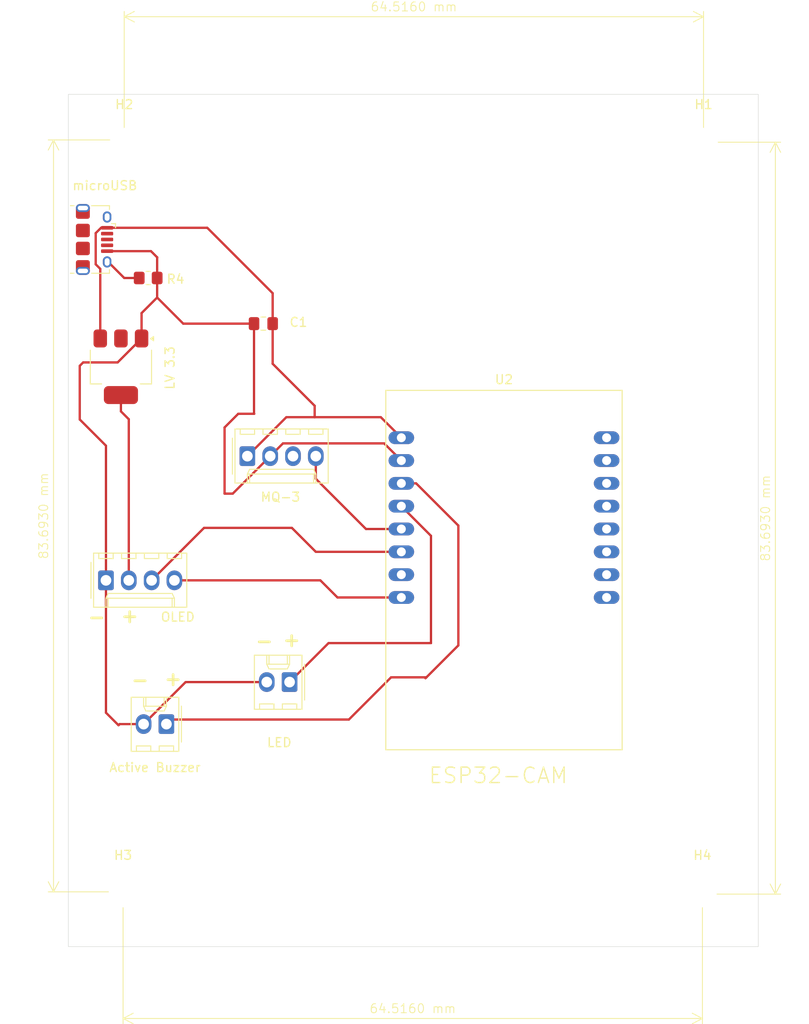
<source format=kicad_pcb>
(kicad_pcb (version 20240108) (generator "pcbnew") (generator_version "8.0")
  (layers (0 "F.Cu" signal) (31 "B.Cu" signal) (34 "B.Paste" user) (35 "F.Paste" user) (36 "B.SilkS" user "B.Silkscreen") (37 "F.SilkS" user "F.Silkscreen") (38 "B.Mask" user) (39 "F.Mask" user) (44 "Edge.Cuts" user))
  (net 0 "")
  (net 1 "Net-(J1-Pin_1)")
  (net 2 "GND")
  (net 3 "+3.3V")
  (net 4 "/SDA")
  (net 5 "/SCL")
  (net 6 "Net-(J3-Pin_1)")
  (net 7 "/D0")
  (net 8 "/A0")
  (net 9 "VBUS")
  (net 10 "Net-(J7-Shield)")
  (footprint "ESP32_Footprints:ESP32-CAM" (layer "F.Cu") (at 137.287 79.375)
    (property "Reference" "U2" (at 0 -16.637 0) (layer "F.SilkS"))
    (property "Value" "ESP32-CAM")
    (fp_line (start -13.16 -15.43) (end 13.16 -15.43) (stroke (width 0.127)) (layer "F.SilkS"))
    (fp_line (start -13.16 24.57) (end -13.16 -15.43) (stroke (width 0.127)) (layer "F.SilkS"))
    (fp_line (start 13.16 -15.43) (end 13.16 24.57) (stroke (width 0.127)) (layer "F.SilkS"))
    (fp_line (start 13.16 24.57) (end -13.16 24.57) (stroke (width 0.127)) (layer "F.SilkS"))
    (fp_text user "ESP32-CAM" (at -0.635 27.432 0) (layer "F.SilkS") (effects (font (size 1.72 1.72))))
    (pad "P$1" thru_hole oval (at -11.43 -10.16) (size 2.8448 1.4224) (drill 1) (layers "*.Cu" "*.Mask") (net 9 "VBUS"))
    (pad "P$2" thru_hole oval (at -11.43 -7.62) (size 2.8448 1.4224) (drill 1) (layers "*.Cu" "*.Mask") (net 2 "GND"))
    (pad "P$3" thru_hole oval (at -11.43 -5.08) (size 2.8448 1.4224) (drill 1) (layers "*.Cu" "*.Mask") (net 6 "Net-(J3-Pin_1)"))
    (pad "P$4" thru_hole oval (at -11.43 -2.54) (size 2.8448 1.4224) (drill 1) (layers "*.Cu" "*.Mask") (net 1 "Net-(J1-Pin_1)"))
    (pad "P$5" thru_hole oval (at -11.43 0) (size 2.8448 1.4224) (drill 1) (layers "*.Cu" "*.Mask") (net 8 "/A0"))
    (pad "P$6" thru_hole oval (at -11.43 2.54) (size 2.8448 1.4224) (drill 1) (layers "*.Cu" "*.Mask") (net 5 "/SCL"))
    (pad "P$7" thru_hole oval (at -11.43 5.08) (size 2.8448 1.4224) (drill 1) (layers "*.Cu" "*.Mask"))
    (pad "P$8" thru_hole oval (at -11.43 7.62) (size 2.8448 1.4224) (drill 1) (layers "*.Cu" "*.Mask") (net 4 "/SDA"))
    (pad "P$9" thru_hole oval (at 11.43 7.62) (size 2.8448 1.4224) (drill 1) (layers "*.Cu" "*.Mask"))
    (pad "P$10" thru_hole oval (at 11.43 5.08) (size 2.8448 1.4224) (drill 1) (layers "*.Cu" "*.Mask"))
    (pad "P$11" thru_hole oval (at 11.43 2.54) (size 2.8448 1.4224) (drill 1) (layers "*.Cu" "*.Mask"))
    (pad "P$12" thru_hole oval (at 11.43 0) (size 2.8448 1.4224) (drill 1) (layers "*.Cu" "*.Mask"))
    (pad "P$13" thru_hole oval (at 11.43 -2.54) (size 2.8448 1.4224) (drill 1) (layers "*.Cu" "*.Mask"))
    (pad "P$14" thru_hole oval (at 11.43 -5.08) (size 2.8448 1.4224) (drill 1) (layers "*.Cu" "*.Mask"))
    (pad "P$15" thru_hole oval (at 11.43 -7.62) (size 2.8448 1.4224) (drill 1) (layers "*.Cu" "*.Mask"))
    (pad "P$16" thru_hole oval (at 11.43 -10.16) (size 2.8448 1.4224) (drill 1) (layers "*.Cu" "*.Mask"))
  )
  (footprint "Resistor_SMD:R_0805_2012Metric_Pad1.20x1.40mm_HandSolder" (layer "F.Cu") (at 97.663 51.435)
    (property "Reference" "R4" (at 3.048 0.127 0) (layer "F.SilkS"))
    (property "Value" "1M")
    (fp_line (start -0.227064 -0.735) (end 0.227064 -0.735) (stroke (width 0.12)) (layer "F.SilkS"))
    (fp_line (start -0.227064 0.735) (end 0.227064 0.735) (stroke (width 0.12)) (layer "F.SilkS"))
    (pad "1" smd roundrect (at -1 0) (size 1.2 1.4) (layers "F.Cu" "F.Paste" "F.Mask") (roundrect_rratio 0.208333) (net 10 "Net-(J7-Shield)"))
    (pad "2" smd roundrect (at 1 0) (size 1.2 1.4) (layers "F.Cu" "F.Paste" "F.Mask") (roundrect_rratio 0.208333) (net 2 "GND"))
  )
  (footprint "MountingHole:MountingHole_3.2mm_M3" (layer "F.Cu") (at 159.512 36.322)
    (property "Reference" "H1" (at 0 -4.2 0) (layer "F.SilkS"))
    (property "Value" "MountingHole")
    (pad "" np_thru_hole circle (at 0 0) (size 3.2 3.2) (drill 3.2) (layers "*.Cu" "*.Mask"))
  )
  (footprint "Connector_Molex:Molex_KK-254_AE-6410-04A_1x04_P2.54mm_Vertical" (layer "F.Cu") (at 108.712 71.267)
    (property "Reference" "J5" (hide yes))
    (property "Value" "MQ-3" (at 3.683 4.552 0) (layer "F.SilkS"))
    (fp_line (start -1.67 -2) (end -1.67 2) (stroke (width 0.12)) (layer "F.SilkS"))
    (fp_line (start -1.38 -3.03) (end -1.38 2.99) (stroke (width 0.12)) (layer "F.SilkS"))
    (fp_line (start -1.38 2.99) (end 9 2.99) (stroke (width 0.12)) (layer "F.SilkS"))
    (fp_line (start -0.8 -3.03) (end -0.8 -2.43) (stroke (width 0.12)) (layer "F.SilkS"))
    (fp_line (start -0.8 -2.43) (end 0.8 -2.43) (stroke (width 0.12)) (layer "F.SilkS"))
    (fp_line (start 0 1.99) (end 0.25 1.46) (stroke (width 0.12)) (layer "F.SilkS"))
    (fp_line (start 0 1.99) (end 7.62 1.99) (stroke (width 0.12)) (layer "F.SilkS"))
    (fp_line (start 0 2.99) (end 0 1.99) (stroke (width 0.12)) (layer "F.SilkS"))
    (fp_line (start 0.25 1.46) (end 7.37 1.46) (stroke (width 0.12)) (layer "F.SilkS"))
    (fp_line (start 0.25 2.99) (end 0.25 1.99) (stroke (width 0.12)) (layer "F.SilkS"))
    (fp_line (start 0.8 -2.43) (end 0.8 -3.03) (stroke (width 0.12)) (layer "F.SilkS"))
    (fp_line (start 1.74 -3.03) (end 1.74 -2.43) (stroke (width 0.12)) (layer "F.SilkS"))
    (fp_line (start 1.74 -2.43) (end 3.34 -2.43) (stroke (width 0.12)) (layer "F.SilkS"))
    (fp_line (start 3.34 -2.43) (end 3.34 -3.03) (stroke (width 0.12)) (layer "F.SilkS"))
    (fp_line (start 4.28 -3.03) (end 4.28 -2.43) (stroke (width 0.12)) (layer "F.SilkS"))
    (fp_line (start 4.28 -2.43) (end 5.88 -2.43) (stroke (width 0.12)) (layer "F.SilkS"))
    (fp_line (start 5.88 -2.43) (end 5.88 -3.03) (stroke (width 0.12)) (layer "F.SilkS"))
    (fp_line (start 6.82 -3.03) (end 6.82 -2.43) (stroke (width 0.12)) (layer "F.SilkS"))
    (fp_line (start 6.82 -2.43) (end 8.42 -2.43) (stroke (width 0.12)) (layer "F.SilkS"))
    (fp_line (start 7.37 1.46) (end 7.62 1.99) (stroke (width 0.12)) (layer "F.SilkS"))
    (fp_line (start 7.37 2.99) (end 7.37 1.99) (stroke (width 0.12)) (layer "F.SilkS"))
    (fp_line (start 7.62 1.99) (end 7.62 2.99) (stroke (width 0.12)) (layer "F.SilkS"))
    (fp_line (start 8.42 -2.43) (end 8.42 -3.03) (stroke (width 0.12)) (layer "F.SilkS"))
    (fp_line (start 9 -3.03) (end -1.38 -3.03) (stroke (width 0.12)) (layer "F.SilkS"))
    (fp_line (start 9 2.99) (end 9 -3.03) (stroke (width 0.12)) (layer "F.SilkS"))
    (pad "1" thru_hole roundrect (at 0 0) (size 1.74 2.19) (drill 1.19) (layers "*.Cu" "*.Mask") (roundrect_rratio 0.143678) (net 9 "VBUS"))
    (pad "2" thru_hole oval (at 2.54 0) (size 1.74 2.19) (drill 1.19) (layers "*.Cu" "*.Mask") (net 2 "GND"))
    (pad "3" thru_hole oval (at 5.08 0) (size 1.74 2.19) (drill 1.19) (layers "*.Cu" "*.Mask") (net 7 "/D0"))
    (pad "4" thru_hole oval (at 7.62 0) (size 1.74 2.19) (drill 1.19) (layers "*.Cu" "*.Mask") (net 8 "/A0"))
  )
  (footprint "Capacitor_SMD:C_0805_2012Metric_Pad1.18x1.45mm_HandSolder" (layer "F.Cu") (at 110.49 56.515 180)
    (property "Reference" "C1" (at -3.9105 0.153 0) (layer "F.SilkS"))
    (property "Value" "1uF")
    (fp_line (start -0.261252 0.735) (end 0.261252 0.735) (stroke (width 0.12)) (layer "F.SilkS"))
    (fp_line (start -0.261252 -0.735) (end 0.261252 -0.735) (stroke (width 0.12)) (layer "F.SilkS"))
    (pad "1" smd roundrect (at -1.0375 0 180) (size 1.175 1.45) (layers "F.Cu" "F.Paste" "F.Mask") (roundrect_rratio 0.212766) (net 9 "VBUS"))
    (pad "2" smd roundrect (at 1.0375 0 180) (size 1.175 1.45) (layers "F.Cu" "F.Paste" "F.Mask") (roundrect_rratio 0.212766) (net 2 "GND"))
  )
  (footprint "Connector_USB:USB_Micro-B_Amphenol_10118194-0001LF_Horizontal" (layer "F.Cu") (at 91.691 47.147 -90)
    (property "Reference" "microUSB" (at -5.999 -1.146 0) (layer "F.SilkS"))
    (property "Value" "USB_B_Micro")
    (fp_line (start -3.76 2.69) (end -3.76 2.29) (stroke (width 0.12)) (layer "F.SilkS"))
    (fp_line (start 3.76 2.29) (end 3.76 2.69) (stroke (width 0.12)) (layer "F.SilkS"))
    (fp_line (start -3.76 0.32) (end -3.76 -1.66) (stroke (width 0.12)) (layer "F.SilkS"))
    (fp_line (start 3.76 0.32) (end 3.76 -1.66) (stroke (width 0.12)) (layer "F.SilkS"))
    (fp_line (start -3.76 -1.66) (end -3.34 -1.66) (stroke (width 0.12)) (layer "F.SilkS"))
    (fp_line (start 3.76 -1.66) (end 3.34 -1.66) (stroke (width 0.12)) (layer "F.SilkS"))
    (fp_line (start -1.76 -1.89) (end -1.76 -2.34) (stroke (width 0.12)) (layer "F.SilkS"))
    (fp_line (start -1.31 -2.34) (end -1.76 -2.34) (stroke (width 0.12)) (layer "F.SilkS"))
    (pad "1" smd roundrect (at -1.3 -1.4 270) (size 0.4 1.35) (layers "F.Cu" "F.Paste" "F.Mask") (net 9 "VBUS"))
    (pad "2" smd roundrect (at -0.65 -1.4 270) (size 0.4 1.35) (layers "F.Cu" "F.Paste" "F.Mask"))
    (pad "3" smd roundrect (at 0 -1.4 270) (size 0.4 1.35) (layers "F.Cu" "F.Paste" "F.Mask"))
    (pad "4" smd roundrect (at 0.65 -1.4 270) (size 0.4 1.35) (layers "F.Cu" "F.Paste" "F.Mask"))
    (pad "5" smd roundrect (at 1.3 -1.4 270) (size 0.4 1.35) (layers "F.Cu" "F.Paste" "F.Mask") (net 2 "GND"))
    (pad "6" thru_hole oval (at -3.5 1.3 270) (size 0.89 1.55) (drill oval 0.5 1.15) (property pad_prop_heatsink) (layers "*.Cu" "*.Mask") (net 10 "Net-(J7-Shield)"))
    (pad "6" smd roundrect (at -3.025 1.3 270) (size 1.45 1.55) (layers "F.Cu" "F.Paste" "F.Mask") (roundrect_rratio 0.1724137931) (net 10 "Net-(J7-Shield)"))
    (pad "6" thru_hole oval (at -2.5 -1.4 270) (size 1.25 0.95) (drill oval 0.85 0.55) (property pad_prop_heatsink) (layers "*.Cu" "*.Mask") (net 10 "Net-(J7-Shield)"))
    (pad "6" smd roundrect (at -1 1.3 270) (size 1.5 1.55) (layers "F.Cu" "F.Paste" "F.Mask") (roundrect_rratio 0.1666666667) (net 10 "Net-(J7-Shield)"))
    (pad "6" smd roundrect (at 1 1.3 270) (size 1.5 1.55) (layers "F.Cu" "F.Paste" "F.Mask") (roundrect_rratio 0.1666666667) (net 10 "Net-(J7-Shield)"))
    (pad "6" thru_hole oval (at 2.5 -1.4 270) (size 1.25 0.95) (drill oval 0.85 0.55) (property pad_prop_heatsink) (layers "*.Cu" "*.Mask") (net 10 "Net-(J7-Shield)"))
    (pad "6" smd roundrect (at 3.025 1.3 270) (size 1.45 1.55) (layers "F.Cu" "F.Paste" "F.Mask") (roundrect_rratio 0.1724137931) (net 10 "Net-(J7-Shield)"))
    (pad "6" thru_hole oval (at 3.5 1.3 270) (size 0.89 1.55) (drill oval 0.5 1.15) (property pad_prop_heatsink) (layers "*.Cu" "*.Mask") (net 10 "Net-(J7-Shield)"))
  )
  (footprint "Connector_Molex:Molex_KK-254_AE-6410-04A_1x04_P2.54mm_Vertical" (layer "F.Cu") (at 92.964 85.09)
    (property "Reference" "J6" (hide yes))
    (property "Value" "OLED" (at 8.001 4.08 0) (layer "F.SilkS"))
    (fp_line (start -1.67 -2) (end -1.67 2) (stroke (width 0.12)) (layer "F.SilkS"))
    (fp_line (start -1.38 -3.03) (end -1.38 2.99) (stroke (width 0.12)) (layer "F.SilkS"))
    (fp_line (start -1.38 2.99) (end 9 2.99) (stroke (width 0.12)) (layer "F.SilkS"))
    (fp_line (start -0.8 -3.03) (end -0.8 -2.43) (stroke (width 0.12)) (layer "F.SilkS"))
    (fp_line (start -0.8 -2.43) (end 0.8 -2.43) (stroke (width 0.12)) (layer "F.SilkS"))
    (fp_line (start 0 1.99) (end 0.25 1.46) (stroke (width 0.12)) (layer "F.SilkS"))
    (fp_line (start 0 1.99) (end 7.62 1.99) (stroke (width 0.12)) (layer "F.SilkS"))
    (fp_line (start 0 2.99) (end 0 1.99) (stroke (width 0.12)) (layer "F.SilkS"))
    (fp_line (start 0.25 1.46) (end 7.37 1.46) (stroke (width 0.12)) (layer "F.SilkS"))
    (fp_line (start 0.25 2.99) (end 0.25 1.99) (stroke (width 0.12)) (layer "F.SilkS"))
    (fp_line (start 0.8 -2.43) (end 0.8 -3.03) (stroke (width 0.12)) (layer "F.SilkS"))
    (fp_line (start 1.74 -3.03) (end 1.74 -2.43) (stroke (width 0.12)) (layer "F.SilkS"))
    (fp_line (start 1.74 -2.43) (end 3.34 -2.43) (stroke (width 0.12)) (layer "F.SilkS"))
    (fp_line (start 3.34 -2.43) (end 3.34 -3.03) (stroke (width 0.12)) (layer "F.SilkS"))
    (fp_line (start 4.28 -3.03) (end 4.28 -2.43) (stroke (width 0.12)) (layer "F.SilkS"))
    (fp_line (start 4.28 -2.43) (end 5.88 -2.43) (stroke (width 0.12)) (layer "F.SilkS"))
    (fp_line (start 5.88 -2.43) (end 5.88 -3.03) (stroke (width 0.12)) (layer "F.SilkS"))
    (fp_line (start 6.82 -3.03) (end 6.82 -2.43) (stroke (width 0.12)) (layer "F.SilkS"))
    (fp_line (start 6.82 -2.43) (end 8.42 -2.43) (stroke (width 0.12)) (layer "F.SilkS"))
    (fp_line (start 7.37 1.46) (end 7.62 1.99) (stroke (width 0.12)) (layer "F.SilkS"))
    (fp_line (start 7.37 2.99) (end 7.37 1.99) (stroke (width 0.12)) (layer "F.SilkS"))
    (fp_line (start 7.62 1.99) (end 7.62 2.99) (stroke (width 0.12)) (layer "F.SilkS"))
    (fp_line (start 8.42 -2.43) (end 8.42 -3.03) (stroke (width 0.12)) (layer "F.SilkS"))
    (fp_line (start 9 -3.03) (end -1.38 -3.03) (stroke (width 0.12)) (layer "F.SilkS"))
    (fp_line (start 9 2.99) (end 9 -3.03) (stroke (width 0.12)) (layer "F.SilkS"))
    (pad "1" thru_hole roundrect (at 0 0) (size 1.74 2.19) (drill 1.19) (layers "*.Cu" "*.Mask") (roundrect_rratio 0.143678) (net 2 "GND"))
    (pad "2" thru_hole oval (at 2.54 0) (size 1.74 2.19) (drill 1.19) (layers "*.Cu" "*.Mask") (net 3 "+3.3V"))
    (pad "3" thru_hole oval (at 5.08 0) (size 1.74 2.19) (drill 1.19) (layers "*.Cu" "*.Mask") (net 5 "/SCL"))
    (pad "4" thru_hole oval (at 7.62 0) (size 1.74 2.19) (drill 1.19) (layers "*.Cu" "*.Mask") (net 4 "/SDA"))
  )
  (footprint "Connector_Molex:Molex_KK-254_AE-6410-02A_1x02_P2.54mm_Vertical" (layer "F.Cu") (at 99.695 101.092 180)
    (property "Reference" "J3" (hide yes))
    (property "Value" "Active Buzzer" (at 1.27 -4.826 0) (layer "F.SilkS"))
    (fp_line (start 3.92 2.99) (end 3.92 -3.03) (stroke (width 0.12)) (layer "F.SilkS"))
    (fp_line (start 3.92 -3.03) (end -1.38 -3.03) (stroke (width 0.12)) (layer "F.SilkS"))
    (fp_line (start 3.34 -2.43) (end 3.34 -3.03) (stroke (width 0.12)) (layer "F.SilkS"))
    (fp_line (start 2.54 1.99) (end 2.54 2.99) (stroke (width 0.12)) (layer "F.SilkS"))
    (fp_line (start 2.29 2.99) (end 2.29 1.99) (stroke (width 0.12)) (layer "F.SilkS"))
    (fp_line (start 2.29 1.46) (end 2.54 1.99) (stroke (width 0.12)) (layer "F.SilkS"))
    (fp_line (start 1.74 -2.43) (end 3.34 -2.43) (stroke (width 0.12)) (layer "F.SilkS"))
    (fp_line (start 1.74 -3.03) (end 1.74 -2.43) (stroke (width 0.12)) (layer "F.SilkS"))
    (fp_line (start 0.8 -2.43) (end 0.8 -3.03) (stroke (width 0.12)) (layer "F.SilkS"))
    (fp_line (start 0.25 2.99) (end 0.25 1.99) (stroke (width 0.12)) (layer "F.SilkS"))
    (fp_line (start 0.25 1.46) (end 2.29 1.46) (stroke (width 0.12)) (layer "F.SilkS"))
    (fp_line (start 0 2.99) (end 0 1.99) (stroke (width 0.12)) (layer "F.SilkS"))
    (fp_line (start 0 1.99) (end 2.54 1.99) (stroke (width 0.12)) (layer "F.SilkS"))
    (fp_line (start 0 1.99) (end 0.25 1.46) (stroke (width 0.12)) (layer "F.SilkS"))
    (fp_line (start -0.8 -2.43) (end 0.8 -2.43) (stroke (width 0.12)) (layer "F.SilkS"))
    (fp_line (start -0.8 -3.03) (end -0.8 -2.43) (stroke (width 0.12)) (layer "F.SilkS"))
    (fp_line (start -1.38 2.99) (end 3.92 2.99) (stroke (width 0.12)) (layer "F.SilkS"))
    (fp_line (start -1.38 -3.03) (end -1.38 2.99) (stroke (width 0.12)) (layer "F.SilkS"))
    (fp_line (start -1.67 -2) (end -1.67 2) (stroke (width 0.12)) (layer "F.SilkS"))
    (pad "1" thru_hole roundrect (at 0 0 180) (size 1.74 2.19) (drill 1.19) (layers "*.Cu" "*.Mask") (roundrect_rratio 0.143678) (net 6 "Net-(J3-Pin_1)"))
    (pad "2" thru_hole oval (at 2.54 0 180) (size 1.74 2.19) (drill 1.19) (layers "*.Cu" "*.Mask") (net 2 "GND"))
  )
  (footprint "Connector_Molex:Molex_KK-254_AE-6410-02A_1x02_P2.54mm_Vertical" (layer "F.Cu") (at 113.411 96.413 180)
    (property "Reference" "J1" (hide yes))
    (property "Value" "LED" (at 1.143 -6.731 0) (layer "F.SilkS"))
    (property "+" "+" (at 0 0 180) (layer "F.SilkS"))
    (property "-" "-" (at 0 0 180) (layer "F.SilkS"))
    (fp_line (start 3.92 2.99) (end 3.92 -3.03) (stroke (width 0.12)) (layer "F.SilkS"))
    (fp_line (start 3.92 -3.03) (end -1.38 -3.03) (stroke (width 0.12)) (layer "F.SilkS"))
    (fp_line (start 3.34 -2.43) (end 3.34 -3.03) (stroke (width 0.12)) (layer "F.SilkS"))
    (fp_line (start 2.54 1.99) (end 2.54 2.99) (stroke (width 0.12)) (layer "F.SilkS"))
    (fp_line (start 2.29 2.99) (end 2.29 1.99) (stroke (width 0.12)) (layer "F.SilkS"))
    (fp_line (start 2.29 1.46) (end 2.54 1.99) (stroke (width 0.12)) (layer "F.SilkS"))
    (fp_line (start 1.74 -2.43) (end 3.34 -2.43) (stroke (width 0.12)) (layer "F.SilkS"))
    (fp_line (start 1.74 -3.03) (end 1.74 -2.43) (stroke (width 0.12)) (layer "F.SilkS"))
    (fp_line (start 0.8 -2.43) (end 0.8 -3.03) (stroke (width 0.12)) (layer "F.SilkS"))
    (fp_line (start 0.25 2.99) (end 0.25 1.99) (stroke (width 0.12)) (layer "F.SilkS"))
    (fp_line (start 0.25 1.46) (end 2.29 1.46) (stroke (width 0.12)) (layer "F.SilkS"))
    (fp_line (start 0 2.99) (end 0 1.99) (stroke (width 0.12)) (layer "F.SilkS"))
    (fp_line (start 0 1.99) (end 2.54 1.99) (stroke (width 0.12)) (layer "F.SilkS"))
    (fp_line (start 0 1.99) (end 0.25 1.46) (stroke (width 0.12)) (layer "F.SilkS"))
    (fp_line (start -0.8 -2.43) (end 0.8 -2.43) (stroke (width 0.12)) (layer "F.SilkS"))
    (fp_line (start -0.8 -3.03) (end -0.8 -2.43) (stroke (width 0.12)) (layer "F.SilkS"))
    (fp_line (start -1.38 2.99) (end 3.92 2.99) (stroke (width 0.12)) (layer "F.SilkS"))
    (fp_line (start -1.38 -3.03) (end -1.38 2.99) (stroke (width 0.12)) (layer "F.SilkS"))
    (fp_line (start -1.67 -2) (end -1.67 2) (stroke (width 0.12)) (layer "F.SilkS"))
    (pad "1" thru_hole roundrect (at 0 0 180) (size 1.74 2.19) (drill 1.19) (layers "*.Cu" "*.Mask") (roundrect_rratio 0.143678) (net 1 "Net-(J1-Pin_1)"))
    (pad "2" thru_hole oval (at 2.54 0 180) (size 1.74 2.19) (drill 1.19) (layers "*.Cu" "*.Mask") (net 2 "GND"))
  )
  (footprint "MountingHole:MountingHole_3.2mm_M3" (layer "F.Cu") (at 94.869 119.888)
    (property "Reference" "H3" (at 0 -4.2 0) (layer "F.SilkS"))
    (property "Value" "MountingHole")
    (pad "" np_thru_hole circle (at 0 0) (size 3.2 3.2) (drill 3.2) (layers "*.Cu" "*.Mask"))
  )
  (footprint "MountingHole:MountingHole_3.2mm_M3" (layer "F.Cu") (at 159.385 119.888)
    (property "Reference" "H4" (at 0 -4.2 0) (layer "F.SilkS"))
    (property "Value" "MountingHole")
    (pad "" np_thru_hole circle (at 0 0) (size 3.2 3.2) (drill 3.2) (layers "*.Cu" "*.Mask"))
  )
  (footprint "MountingHole:MountingHole_3.2mm_M3" (layer "F.Cu") (at 94.996 36.322)
    (property "Reference" "H2" (at 0 -4.2 0) (layer "F.SilkS"))
    (property "Value" "MountingHole")
    (pad "" np_thru_hole circle (at 0 0) (size 3.2 3.2) (drill 3.2) (layers "*.Cu" "*.Mask"))
  )
  (footprint "Package_TO_SOT_SMD:SOT-223-3_TabPin2" (layer "F.Cu") (at 94.629 61.316 -90)
    (property "Reference" "U1" (hide yes))
    (property "Value" "LV 3.3" (at 0.127 -5.461 90) (layer "F.SilkS"))
    (fp_line (start -1.85 3.41) (end 1.91 3.41) (stroke (width 0.12)) (layer "F.SilkS"))
    (fp_line (start 1.91 3.41) (end 1.91 2.15) (stroke (width 0.12)) (layer "F.SilkS"))
    (fp_line (start -1.85 -3.41) (end 1.91 -3.41) (stroke (width 0.12)) (layer "F.SilkS"))
    (fp_line (start 1.91 -3.41) (end 1.91 -2.15) (stroke (width 0.12)) (layer "F.SilkS"))
    (fp_poly (pts (xy -3.13 -3.31) (xy -3.37 -3.64) (xy -2.89 -3.64) (xy -3.13 -3.31)) (stroke (width 0.12)) (fill solid) (layer "F.SilkS"))
    (pad "1" smd roundrect (at -3.15 -2.3 270) (size 2 1.5) (layers "F.Cu" "F.Paste" "F.Mask") (net 2 "GND"))
    (pad "2" smd roundrect (at -3.15 0 270) (size 2 1.5) (layers "F.Cu" "F.Paste" "F.Mask") (net 3 "+3.3V"))
    (pad "2" smd roundrect (at 3.15 0 270) (size 2 3.8) (layers "F.Cu" "F.Paste" "F.Mask") (net 3 "+3.3V"))
    (pad "3" smd roundrect (at -3.15 2.3 270) (size 2 1.5) (layers "F.Cu" "F.Paste" "F.Mask") (net 9 "VBUS"))
  )
  (gr_rect (start 88.773 30.988) (end 165.608 125.857) (stroke (width 0.05)) (fill none) (layer "Edge.Cuts"))
  (gr_text "+" (at 94.488 89.916 0) (layer "F.SilkS") (effects (font (size 1.5 1.5) (thickness 0.3) (bold yes)) (justify left bottom)))
  (gr_text "-\n" (at 95.631 97.048 0) (layer "F.SilkS") (effects (font (size 1.5 1.5) (thickness 0.3) (bold yes)) (justify left bottom)))
  (gr_text "+" (at 112.522 92.583 0) (layer "F.SilkS") (effects (font (size 1.5 1.5) (thickness 0.3) (bold yes)) (justify left bottom)))
  (gr_text "-\n" (at 109.474 92.71 0) (layer "F.SilkS") (effects (font (size 1.5 1.5) (thickness 0.3) (bold yes)) (justify left bottom)))
  (gr_text "-\n" (at 90.805 90.043 0) (layer "F.SilkS") (effects (font (size 1.5 1.5) (thickness 0.3) (bold yes)) (justify left bottom)))
  (gr_text "+" (at 99.314 96.921 0) (layer "F.SilkS") (effects (font (size 1.5 1.5) (thickness 0.3) (bold yes)) (justify left bottom)))
  (dimension (type aligned) (layer "F.SilkS") (pts (xy 159.512 36.322) (xy 94.996 36.322)) (height 13.97) (gr_text "64.5160 mm" (at 127.254 21.252 0) (layer "F.SilkS") (effects (font (size 1 1) (thickness 0.1)))) (format (prefix "") (suffix "") (units 3) (units_format 1) (precision 4)) (style (thickness 0.1) (arrow_length 1.27) (text_position_mode 0) (extension_height 0.58642) (extension_offset 0.5) keep_text_aligned))
  (dimension (type aligned) (layer "F.SilkS") (pts (xy 159.385 120.015) (xy 159.385 36.322)) (height 8.128) (gr_text "83.6930 mm" (at 166.413 78.1685 90) (layer "F.SilkS") (effects (font (size 1 1) (thickness 0.1)))) (format (prefix "") (suffix "") (units 3) (units_format 1) (precision 4)) (style (thickness 0.1) (arrow_length 1.27) (text_position_mode 0) (extension_height 0.58642) (extension_offset 0.5) keep_text_aligned))
  (dimension (type aligned) (layer "F.SilkS") (pts (xy 94.869 119.888) (xy 159.385 119.888)) (height 13.97) (gr_text "64.5160 mm" (at 127.127 132.758 0) (layer "F.SilkS") (effects (font (size 1 1) (thickness 0.1)))) (format (prefix "") (suffix "") (units 3) (units_format 1) (precision 4)) (style (thickness 0.1) (arrow_length 1.27) (text_position_mode 0) (extension_height 0.58642) (extension_offset 0.5) keep_text_aligned))
  (dimension (type aligned) (layer "F.SilkS") (pts (xy 95.25 36.068) (xy 95.25 119.761)) (height 8.128) (gr_text "83.6930 mm" (at 86.022 77.9145 90) (layer "F.SilkS") (effects (font (size 1 1) (thickness 0.1)))) (format (prefix "") (suffix "") (units 3) (units_format 1) (precision 4)) (style (thickness 0.1) (arrow_length 1.27) (text_position_mode 0) (extension_height 0.58642) (extension_offset 0.5) keep_text_aligned))
  (segment (start 117.749 92.075) (end 113.411 96.413) (width 0.254) (layer "F.Cu") (net 1))
  (segment (start 129.159 80.137) (end 129.159 92.075) (width 0.254) (layer "F.Cu") (net 1))
  (segment (start 129.159 92.075) (end 117.749 92.075) (width 0.254) (layer "F.Cu") (net 1))
  (segment (start 125.857 76.835) (end 129.159 80.137) (width 0.254) (layer "F.Cu") (net 1))
  (segment (start 125.857 71.755) (end 123.947 69.845) (width 0.254) (layer "F.Cu") (net 2))
  (segment (start 98.663 53.61) (end 101.568 56.515) (width 0.254) (layer "F.Cu") (net 2))
  (segment (start 107.696 66.548) (end 106.172 68.072) (width 0.254) (layer "F.Cu") (net 2))
  (segment (start 123.947 69.845) (end 112.674 69.845) (width 0.254) (layer "F.Cu") (net 2))
  (segment (start 109.4525 66.5265) (end 109.474 66.548) (width 0.254) (layer "F.Cu") (net 2))
  (segment (start 109.4525 56.515) (end 109.4525 66.5265) (width 0.254) (layer "F.Cu") (net 2))
  (segment (start 112.674 69.845) (end 111.252 71.267) (width 0.254) (layer "F.Cu") (net 2))
  (segment (start 90.043 61.214) (end 90.424 60.833) (width 0.254) (layer "F.Cu") (net 2))
  (segment (start 101.834 96.413) (end 110.871 96.413) (width 0.254) (layer "F.Cu") (net 2))
  (segment (start 109.474 66.548) (end 107.696 66.548) (width 0.254) (layer "F.Cu") (net 2))
  (segment (start 90.424 60.833) (end 94.262 60.833) (width 0.254) (layer "F.Cu") (net 2))
  (segment (start 97.155 101.092) (end 101.834 96.413) (width 0.254) (layer "F.Cu") (net 2))
  (segment (start 93.091 48.447) (end 97.977 48.447) (width 0.254) (layer "F.Cu") (net 2))
  (segment (start 94.361 101.219) (end 94.488 101.092) (width 0.254) (layer "F.Cu") (net 2))
  (segment (start 107.081 75.438) (end 111.252 71.267) (width 0.254) (layer "F.Cu") (net 2))
  (segment (start 106.172 68.072) (end 106.172 75.438) (width 0.254) (layer "F.Cu") (net 2))
  (segment (start 98.663 51.435) (end 98.663 53.61) (width 0.254) (layer "F.Cu") (net 2))
  (segment (start 101.568 56.515) (end 109.4525 56.515) (width 0.254) (layer "F.Cu") (net 2))
  (segment (start 106.172 75.438) (end 107.081 75.438) (width 0.254) (layer "F.Cu") (net 2))
  (segment (start 94.262 60.833) (end 96.929 58.166) (width 0.254) (layer "F.Cu") (net 2))
  (segment (start 92.964 85.09) (end 92.964 70.104) (width 0.254) (layer "F.Cu") (net 2))
  (segment (start 92.964 85.09) (end 92.964 99.822) (width 0.254) (layer "F.Cu") (net 2))
  (segment (start 94.488 101.092) (end 97.155 101.092) (width 0.254) (layer "F.Cu") (net 2))
  (segment (start 98.663 53.61) (end 96.929 55.344) (width 0.254) (layer "F.Cu") (net 2))
  (segment (start 92.964 70.104) (end 90.043 67.183) (width 0.254) (layer "F.Cu") (net 2))
  (segment (start 96.929 55.344) (end 96.929 58.166) (width 0.254) (layer "F.Cu") (net 2))
  (segment (start 97.977 48.447) (end 98.679 49.149) (width 0.254) (layer "F.Cu") (net 2))
  (segment (start 98.663 49.165) (end 98.663 51.435) (width 0.254) (layer "F.Cu") (net 2))
  (segment (start 98.679 49.149) (end 98.663 49.165) (width 0.254) (layer "F.Cu") (net 2))
  (segment (start 92.964 99.822) (end 94.361 101.219) (width 0.254) (layer "F.Cu") (net 2))
  (segment (start 90.043 67.183) (end 90.043 61.214) (width 0.254) (layer "F.Cu") (net 2))
  (segment (start 94.629 66.28) (end 94.629 64.466) (width 0.254) (layer "F.Cu") (net 3))
  (segment (start 95.504 67.155) (end 94.629 66.28) (width 0.254) (layer "F.Cu") (net 3))
  (segment (start 95.504 85.09) (end 95.504 67.155) (width 0.254) (layer "F.Cu") (net 3))
  (segment (start 118.745 86.995) (end 125.857 86.995) (width 0.254) (layer "F.Cu") (net 4))
  (segment (start 100.584 85.09) (end 116.84 85.09) (width 0.254) (layer "F.Cu") (net 4))
  (segment (start 116.84 85.09) (end 118.745 86.995) (width 0.254) (layer "F.Cu") (net 4))
  (segment (start 103.886 79.248) (end 113.665 79.248) (width 0.254) (layer "F.Cu") (net 5))
  (segment (start 113.665 79.248) (end 116.332 81.915) (width 0.254) (layer "F.Cu") (net 5))
  (segment (start 98.044 85.09) (end 98.044 85.315) (width 0.254) (layer "F.Cu") (net 5))
  (segment (start 98.044 85.09) (end 103.886 79.248) (width 0.254) (layer "F.Cu") (net 5))
  (segment (start 116.332 81.915) (end 125.857 81.915) (width 0.254) (layer "F.Cu") (net 5))
  (segment (start 132.207 78.994) (end 132.207 92.329) (width 0.254) (layer "F.Cu") (net 6))
  (segment (start 100.076 100.584) (end 120.015 100.584) (width 0.254) (layer "F.Cu") (net 6))
  (segment (start 132.207 92.329) (end 128.651 95.885) (width 0.254) (layer "F.Cu") (net 6))
  (segment (start 99.695 101.092) (end 99.568 101.092) (width 0.254) (layer "F.Cu") (net 6))
  (segment (start 125.857 74.295) (end 127.508 74.295) (width 0.254) (layer "F.Cu") (net 6))
  (segment (start 124.714 95.885) (end 128.651 95.885) (width 0.254) (layer "F.Cu") (net 6))
  (segment (start 99.568 101.092) (end 100.076 100.584) (width 0.254) (layer "F.Cu") (net 6))
  (segment (start 120.015 100.584) (end 124.714 95.885) (width 0.254) (layer "F.Cu") (net 6))
  (segment (start 128.651 95.885) (end 128.544 95.992) (width 0.254) (layer "F.Cu") (net 6))
  (segment (start 127.508 74.295) (end 132.207 78.994) (width 0.254) (layer "F.Cu") (net 6))
  (segment (start 116.332 71.267) (end 116.332 73.787) (width 0.254) (layer "F.Cu") (net 8))
  (segment (start 116.332 73.787) (end 121.92 79.375) (width 0.254) (layer "F.Cu") (net 8))
  (segment (start 121.92 79.375) (end 125.857 79.375) (width 0.254) (layer "F.Cu") (net 8))
  (segment (start 93.091 45.847) (end 104.2455 45.847) (width 0.254) (layer "F.Cu") (net 9))
  (segment (start 108.712 71.267) (end 113.05 66.929) (width 0.254) (layer "F.Cu") (net 9))
  (segment (start 92.416001 45.847) (end 91.821 46.442001) (width 0.254) (layer "F.Cu") (net 9))
  (segment (start 91.821 46.442001) (end 91.821 49.911) (width 0.254) (layer "F.Cu") (net 9))
  (segment (start 93.091 45.847) (end 92.416001 45.847) (width 0.254) (layer "F.Cu") (net 9))
  (segment (start 123.571 66.929) (end 125.857 69.215) (width 0.254) (layer "F.Cu") (net 9))
  (segment (start 104.2455 45.847) (end 111.5275 53.129) (width 0.254) (layer "F.Cu") (net 9))
  (segment (start 113.05 66.929) (end 116.205 66.929) (width 0.254) (layer "F.Cu") (net 9))
  (segment (start 116.205 65.659) (end 116.205 66.929) (width 0.254) (layer "F.Cu") (net 9))
  (segment (start 111.5275 60.9815) (end 116.205 65.659) (width 0.254) (layer "F.Cu") (net 9))
  (segment (start 116.205 66.929) (end 123.571 66.929) (width 0.254) (layer "F.Cu") (net 9))
  (segment (start 91.821 49.911) (end 92.329 50.419) (width 0.254) (layer "F.Cu") (net 9))
  (segment (start 111.5275 53.129) (end 111.5275 56.515) (width 0.254) (layer "F.Cu") (net 9))
  (segment (start 92.329 50.419) (end 92.329 58.166) (width 0.254) (layer "F.Cu") (net 9))
  (segment (start 111.5275 56.515) (end 111.5275 60.9815) (width 0.254) (layer "F.Cu") (net 9))
  (segment (start 90.391 44.229) (end 90.391 43.647) (width 0.254) (layer "F.Cu") (net 10))
  (segment (start 93.208 49.647) (end 94.996 51.435) (width 0.254) (layer "F.Cu") (net 10))
  (segment (start 90.391 44.122) (end 90.391 44.229) (width 0.254) (layer "F.Cu") (net 10))
  (segment (start 94.996 51.435) (end 96.663 51.435) (width 0.254) (layer "F.Cu") (net 10))
  (segment (start 93.091 49.647) (end 93.208 49.647) (width 0.254) (layer "F.Cu") (net 10))
  (segment (start 90.391 44.229) (end 90.297 44.323) (width 0.254) (layer "F.Cu") (net 10))
)
</source>
